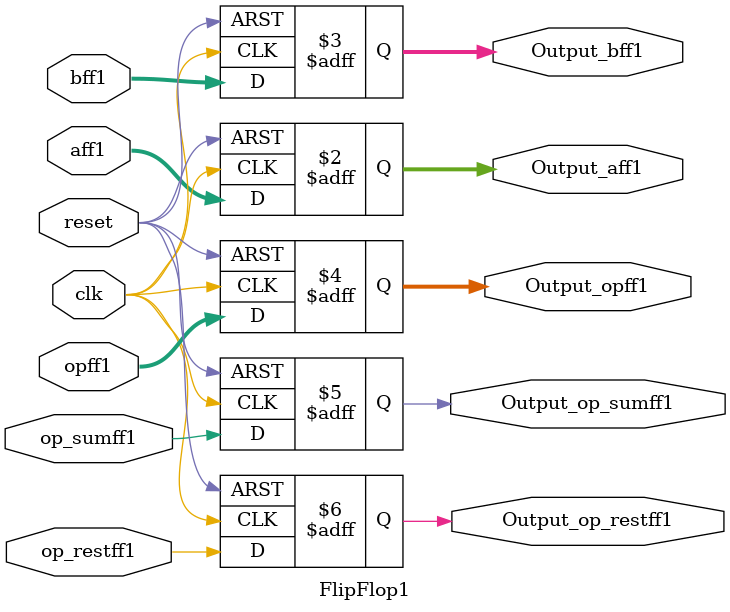
<source format=sv>
module FlipFlop1 #(parameter N=4)
    (input logic clk,        // Entrada del reloj
     input logic reset,      // Entrada de reset
     input logic [N-1:0] aff1,      // Entrada de datos
     input logic [N-1:0] bff1,
     input logic [2:0] opff1,
     input logic op_sumff1, op_restff1,
     output logic [N-1:0] Output_aff1,
     output logic [N-1:0] Output_bff1,
     output logic [2:0] Output_opff1,
     output logic Output_op_sumff1, Output_op_restff1
     );
     
    always_ff @(posedge clk or posedge reset) begin
        if (reset) begin
            Output_aff1 <= 1'b0;       // Si hay un reset, establece la salida en 0
            Output_bff1 <= 1'b0;
            Output_opff1 <= 1'b0;
            Output_op_sumff1 <= 1'b0;
            Output_op_restff1 <= 1'b0;
        end else begin
            Output_aff1 <= aff1;  // Copia la entrada de datos en la salida en el flanco de subida del reloj
            Output_bff1 <= bff1;
            Output_opff1 <= opff1;
            Output_op_sumff1 <= op_sumff1;
            Output_op_restff1 <= op_restff1;
        end
    end
endmodule

</source>
